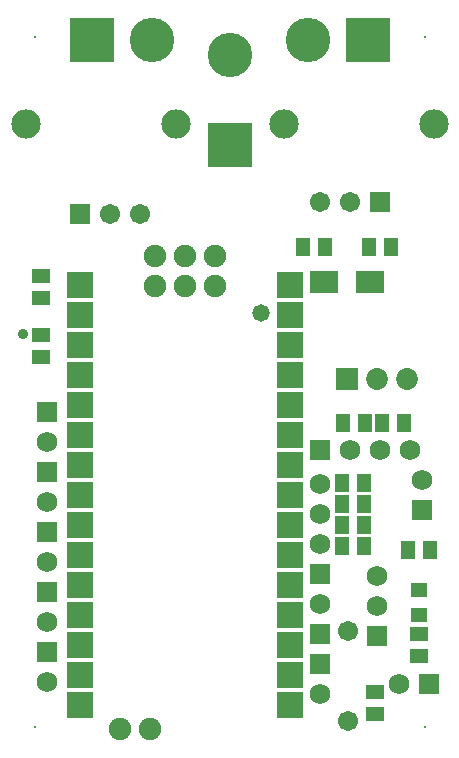
<source format=gbr>
%TF.GenerationSoftware,Altium Limited,Altium Designer,22.10.1 (41)*%
G04 Layer_Color=8388736*
%FSLAX26Y26*%
%MOIN*%
%TF.SameCoordinates,59CDB8F9-364B-4C5A-A8AF-F7A69B8E0267*%
%TF.FilePolarity,Negative*%
%TF.FileFunction,Soldermask,Top*%
%TF.Part,Single*%
G01*
G75*
%TA.AperFunction,ViaPad*%
%ADD29C,0.075000*%
%TA.AperFunction,ComponentPad*%
%ADD34R,0.148000X0.148000*%
%ADD35C,0.148000*%
%ADD36C,0.008000*%
%ADD37R,0.148000X0.148000*%
%ADD38C,0.068000*%
%ADD39R,0.068000X0.068000*%
%ADD40R,0.068000X0.068000*%
%ADD41C,0.098000*%
%ADD42C,0.072961*%
%ADD43R,0.072961X0.072961*%
%ADD44C,0.067055*%
%ADD45R,0.067055X0.067055*%
%TA.AperFunction,ViaPad*%
%ADD47C,0.058000*%
%ADD48C,0.036000*%
%TA.AperFunction,BGAPad,CuDef*%
%ADD55R,0.088000X0.088000*%
%TA.AperFunction,SMDPad,CuDef*%
%ADD56R,0.059181X0.045402*%
%ADD57R,0.055244X0.051307*%
%ADD58R,0.045402X0.059181*%
%ADD59R,0.092646X0.072961*%
D29*
X485000Y95000D02*
D03*
X385000D02*
D03*
X500000Y1571000D02*
D03*
Y1671000D02*
D03*
X600000Y1571000D02*
D03*
Y1671000D02*
D03*
X700000Y1571000D02*
D03*
Y1671000D02*
D03*
D34*
X750000Y2040000D02*
D03*
D35*
Y2340000D02*
D03*
X490000Y2390000D02*
D03*
X1010000D02*
D03*
D36*
X100000Y2400000D02*
D03*
X1400000D02*
D03*
X100000Y100000D02*
D03*
X1400000D02*
D03*
D37*
X290000Y2390000D02*
D03*
X1210000D02*
D03*
D38*
X1050000Y910000D02*
D03*
Y710000D02*
D03*
Y810000D02*
D03*
X1250000Y1025000D02*
D03*
X1150000D02*
D03*
X1350000D02*
D03*
X1240000Y505000D02*
D03*
Y605000D02*
D03*
X1315000Y245000D02*
D03*
X1390000Y925000D02*
D03*
X140000Y1050000D02*
D03*
X1050000Y510000D02*
D03*
X140000Y650000D02*
D03*
Y250000D02*
D03*
X1050000Y210000D02*
D03*
X140000Y850000D02*
D03*
Y450000D02*
D03*
D39*
X1050000Y610000D02*
D03*
X1240000Y405000D02*
D03*
X1390000Y825000D02*
D03*
X140000Y1150000D02*
D03*
X1050000Y410000D02*
D03*
X140000Y750000D02*
D03*
Y350000D02*
D03*
X1050000Y310000D02*
D03*
X140000Y950000D02*
D03*
Y550000D02*
D03*
D40*
X1050000Y1025000D02*
D03*
X1415000Y245000D02*
D03*
D41*
X570000Y2110000D02*
D03*
X70000D02*
D03*
X930000D02*
D03*
X1430000D02*
D03*
D42*
X1340000Y1260000D02*
D03*
X1240000D02*
D03*
D43*
X1140000D02*
D03*
D44*
X450000Y1810000D02*
D03*
X350000D02*
D03*
X1145000Y420000D02*
D03*
Y120000D02*
D03*
X1150000Y1850000D02*
D03*
X1050000D02*
D03*
D45*
X250000Y1810000D02*
D03*
X1250000Y1850000D02*
D03*
D47*
X855000Y1480000D02*
D03*
D48*
X60000Y1410000D02*
D03*
D55*
X250000Y1475000D02*
D03*
Y1375000D02*
D03*
Y1275000D02*
D03*
Y1175000D02*
D03*
Y1075000D02*
D03*
Y975000D02*
D03*
Y875000D02*
D03*
Y775000D02*
D03*
Y675000D02*
D03*
Y575000D02*
D03*
Y475000D02*
D03*
Y375000D02*
D03*
Y275000D02*
D03*
Y175000D02*
D03*
X950000Y1575000D02*
D03*
Y1475000D02*
D03*
Y1375000D02*
D03*
Y1275000D02*
D03*
Y1175000D02*
D03*
Y1075000D02*
D03*
Y975000D02*
D03*
Y875000D02*
D03*
Y775000D02*
D03*
Y175000D02*
D03*
Y275000D02*
D03*
Y375000D02*
D03*
Y475000D02*
D03*
Y575000D02*
D03*
Y675000D02*
D03*
X250000Y1575000D02*
D03*
D56*
X1380000Y411417D02*
D03*
Y338583D02*
D03*
X120000Y1333583D02*
D03*
Y1406417D02*
D03*
Y1530000D02*
D03*
Y1602835D02*
D03*
X1235000Y143583D02*
D03*
Y216417D02*
D03*
D57*
X1380000Y473661D02*
D03*
Y556339D02*
D03*
D58*
X1196417Y775000D02*
D03*
X1123583D02*
D03*
X1343583Y690000D02*
D03*
X1416417D02*
D03*
X1196417Y705000D02*
D03*
X1123583D02*
D03*
Y845000D02*
D03*
X1196417D02*
D03*
X1123583Y915000D02*
D03*
X1196417D02*
D03*
X993583Y1700000D02*
D03*
X1066417D02*
D03*
X1213583D02*
D03*
X1286417D02*
D03*
X1331417Y1115000D02*
D03*
X1258583D02*
D03*
X1128583D02*
D03*
X1201417D02*
D03*
D59*
X1216772Y1585000D02*
D03*
X1063228D02*
D03*
%TF.MD5,157bced652c98bba919f691185d4ae78*%
M02*

</source>
